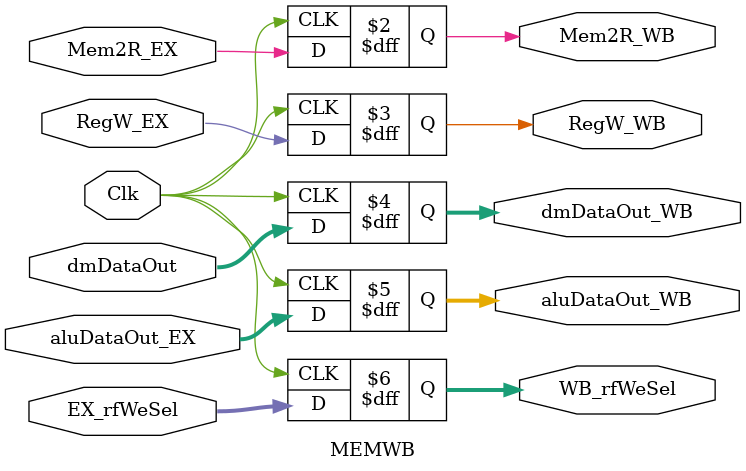
<source format=v>
module MEMWB(Mem2R_EX,RegW_EX,dmDataOut,aluDataOut_EX,EX_rfWeSel,Mem2R_WB,RegW_WB,dmDataOut_WB,aluDataOut_WB,WB_rfWeSel,Clk);
  										
	input  Mem2R_EX;						
	input  RegW_EX;
	input  [31:0] dmDataOut;					
	input  [31:0] aluDataOut_EX;
	input  [4:0] EX_rfWeSel;
	
	input Clk;
	
	output reg Mem2R_WB;
	output reg RegW_WB;
	output reg [31:0] dmDataOut_WB;
	output reg [31:0] aluDataOut_WB;
	output reg [4:0] WB_rfWeSel;
	
	always@(posedge Clk)
	begin
	Mem2R_WB=Mem2R_EX;
	RegW_WB=RegW_EX;
	dmDataOut_WB=dmDataOut;
	aluDataOut_WB=aluDataOut_EX;
	WB_rfWeSel=EX_rfWeSel;
	end
	
endmodule
</source>
